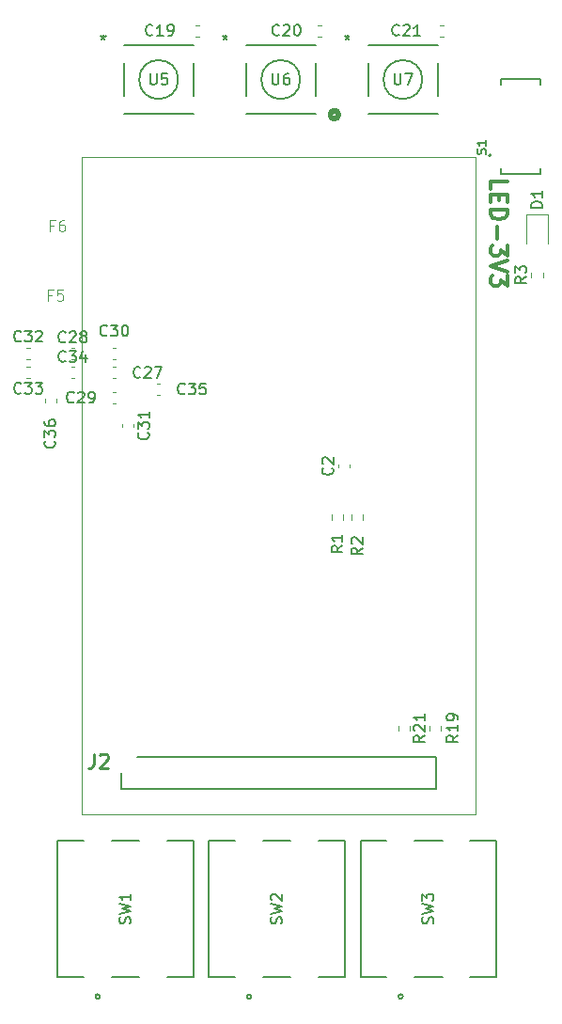
<source format=gbr>
%TF.GenerationSoftware,KiCad,Pcbnew,9.0.5*%
%TF.CreationDate,2025-11-15T02:55:35-05:00*%
%TF.ProjectId,CreditCard,43726564-6974-4436-9172-642e6b696361,rev?*%
%TF.SameCoordinates,Original*%
%TF.FileFunction,Legend,Top*%
%TF.FilePolarity,Positive*%
%FSLAX46Y46*%
G04 Gerber Fmt 4.6, Leading zero omitted, Abs format (unit mm)*
G04 Created by KiCad (PCBNEW 9.0.5) date 2025-11-15 02:55:35*
%MOMM*%
%LPD*%
G01*
G04 APERTURE LIST*
%ADD10C,0.300000*%
%ADD11C,0.150000*%
%ADD12C,0.254000*%
%ADD13C,0.100000*%
%ADD14C,0.120000*%
%ADD15C,0.152400*%
%ADD16C,0.127000*%
%ADD17C,0.200000*%
%ADD18C,0.508000*%
G04 APERTURE END LIST*
D10*
X144399171Y-51868796D02*
X144399171Y-51154510D01*
X144399171Y-51154510D02*
X145899171Y-51154510D01*
X145184885Y-52368796D02*
X145184885Y-52868796D01*
X144399171Y-53083082D02*
X144399171Y-52368796D01*
X144399171Y-52368796D02*
X145899171Y-52368796D01*
X145899171Y-52368796D02*
X145899171Y-53083082D01*
X144399171Y-53725939D02*
X145899171Y-53725939D01*
X145899171Y-53725939D02*
X145899171Y-54083082D01*
X145899171Y-54083082D02*
X145827742Y-54297368D01*
X145827742Y-54297368D02*
X145684885Y-54440225D01*
X145684885Y-54440225D02*
X145542028Y-54511654D01*
X145542028Y-54511654D02*
X145256314Y-54583082D01*
X145256314Y-54583082D02*
X145042028Y-54583082D01*
X145042028Y-54583082D02*
X144756314Y-54511654D01*
X144756314Y-54511654D02*
X144613457Y-54440225D01*
X144613457Y-54440225D02*
X144470600Y-54297368D01*
X144470600Y-54297368D02*
X144399171Y-54083082D01*
X144399171Y-54083082D02*
X144399171Y-53725939D01*
X144970600Y-55225939D02*
X144970600Y-56368797D01*
X145899171Y-56940225D02*
X145899171Y-57868797D01*
X145899171Y-57868797D02*
X145327742Y-57368797D01*
X145327742Y-57368797D02*
X145327742Y-57583082D01*
X145327742Y-57583082D02*
X145256314Y-57725940D01*
X145256314Y-57725940D02*
X145184885Y-57797368D01*
X145184885Y-57797368D02*
X145042028Y-57868797D01*
X145042028Y-57868797D02*
X144684885Y-57868797D01*
X144684885Y-57868797D02*
X144542028Y-57797368D01*
X144542028Y-57797368D02*
X144470600Y-57725940D01*
X144470600Y-57725940D02*
X144399171Y-57583082D01*
X144399171Y-57583082D02*
X144399171Y-57154511D01*
X144399171Y-57154511D02*
X144470600Y-57011654D01*
X144470600Y-57011654D02*
X144542028Y-56940225D01*
X145899171Y-58297368D02*
X144399171Y-58797368D01*
X144399171Y-58797368D02*
X145899171Y-59297368D01*
X145899171Y-59654510D02*
X145899171Y-60583082D01*
X145899171Y-60583082D02*
X145327742Y-60083082D01*
X145327742Y-60083082D02*
X145327742Y-60297367D01*
X145327742Y-60297367D02*
X145256314Y-60440225D01*
X145256314Y-60440225D02*
X145184885Y-60511653D01*
X145184885Y-60511653D02*
X145042028Y-60583082D01*
X145042028Y-60583082D02*
X144684885Y-60583082D01*
X144684885Y-60583082D02*
X144542028Y-60511653D01*
X144542028Y-60511653D02*
X144470600Y-60440225D01*
X144470600Y-60440225D02*
X144399171Y-60297367D01*
X144399171Y-60297367D02*
X144399171Y-59868796D01*
X144399171Y-59868796D02*
X144470600Y-59725939D01*
X144470600Y-59725939D02*
X144542028Y-59654510D01*
D11*
X105109580Y-74542857D02*
X105157200Y-74590476D01*
X105157200Y-74590476D02*
X105204819Y-74733333D01*
X105204819Y-74733333D02*
X105204819Y-74828571D01*
X105204819Y-74828571D02*
X105157200Y-74971428D01*
X105157200Y-74971428D02*
X105061961Y-75066666D01*
X105061961Y-75066666D02*
X104966723Y-75114285D01*
X104966723Y-75114285D02*
X104776247Y-75161904D01*
X104776247Y-75161904D02*
X104633390Y-75161904D01*
X104633390Y-75161904D02*
X104442914Y-75114285D01*
X104442914Y-75114285D02*
X104347676Y-75066666D01*
X104347676Y-75066666D02*
X104252438Y-74971428D01*
X104252438Y-74971428D02*
X104204819Y-74828571D01*
X104204819Y-74828571D02*
X104204819Y-74733333D01*
X104204819Y-74733333D02*
X104252438Y-74590476D01*
X104252438Y-74590476D02*
X104300057Y-74542857D01*
X104204819Y-74209523D02*
X104204819Y-73590476D01*
X104204819Y-73590476D02*
X104585771Y-73923809D01*
X104585771Y-73923809D02*
X104585771Y-73780952D01*
X104585771Y-73780952D02*
X104633390Y-73685714D01*
X104633390Y-73685714D02*
X104681009Y-73638095D01*
X104681009Y-73638095D02*
X104776247Y-73590476D01*
X104776247Y-73590476D02*
X105014342Y-73590476D01*
X105014342Y-73590476D02*
X105109580Y-73638095D01*
X105109580Y-73638095D02*
X105157200Y-73685714D01*
X105157200Y-73685714D02*
X105204819Y-73780952D01*
X105204819Y-73780952D02*
X105204819Y-74066666D01*
X105204819Y-74066666D02*
X105157200Y-74161904D01*
X105157200Y-74161904D02*
X105109580Y-74209523D01*
X104204819Y-72733333D02*
X104204819Y-72923809D01*
X104204819Y-72923809D02*
X104252438Y-73019047D01*
X104252438Y-73019047D02*
X104300057Y-73066666D01*
X104300057Y-73066666D02*
X104442914Y-73161904D01*
X104442914Y-73161904D02*
X104633390Y-73209523D01*
X104633390Y-73209523D02*
X105014342Y-73209523D01*
X105014342Y-73209523D02*
X105109580Y-73161904D01*
X105109580Y-73161904D02*
X105157200Y-73114285D01*
X105157200Y-73114285D02*
X105204819Y-73019047D01*
X105204819Y-73019047D02*
X105204819Y-72828571D01*
X105204819Y-72828571D02*
X105157200Y-72733333D01*
X105157200Y-72733333D02*
X105109580Y-72685714D01*
X105109580Y-72685714D02*
X105014342Y-72638095D01*
X105014342Y-72638095D02*
X104776247Y-72638095D01*
X104776247Y-72638095D02*
X104681009Y-72685714D01*
X104681009Y-72685714D02*
X104633390Y-72733333D01*
X104633390Y-72733333D02*
X104585771Y-72828571D01*
X104585771Y-72828571D02*
X104585771Y-73019047D01*
X104585771Y-73019047D02*
X104633390Y-73114285D01*
X104633390Y-73114285D02*
X104681009Y-73161904D01*
X104681009Y-73161904D02*
X104776247Y-73209523D01*
X116857142Y-70259580D02*
X116809523Y-70307200D01*
X116809523Y-70307200D02*
X116666666Y-70354819D01*
X116666666Y-70354819D02*
X116571428Y-70354819D01*
X116571428Y-70354819D02*
X116428571Y-70307200D01*
X116428571Y-70307200D02*
X116333333Y-70211961D01*
X116333333Y-70211961D02*
X116285714Y-70116723D01*
X116285714Y-70116723D02*
X116238095Y-69926247D01*
X116238095Y-69926247D02*
X116238095Y-69783390D01*
X116238095Y-69783390D02*
X116285714Y-69592914D01*
X116285714Y-69592914D02*
X116333333Y-69497676D01*
X116333333Y-69497676D02*
X116428571Y-69402438D01*
X116428571Y-69402438D02*
X116571428Y-69354819D01*
X116571428Y-69354819D02*
X116666666Y-69354819D01*
X116666666Y-69354819D02*
X116809523Y-69402438D01*
X116809523Y-69402438D02*
X116857142Y-69450057D01*
X117190476Y-69354819D02*
X117809523Y-69354819D01*
X117809523Y-69354819D02*
X117476190Y-69735771D01*
X117476190Y-69735771D02*
X117619047Y-69735771D01*
X117619047Y-69735771D02*
X117714285Y-69783390D01*
X117714285Y-69783390D02*
X117761904Y-69831009D01*
X117761904Y-69831009D02*
X117809523Y-69926247D01*
X117809523Y-69926247D02*
X117809523Y-70164342D01*
X117809523Y-70164342D02*
X117761904Y-70259580D01*
X117761904Y-70259580D02*
X117714285Y-70307200D01*
X117714285Y-70307200D02*
X117619047Y-70354819D01*
X117619047Y-70354819D02*
X117333333Y-70354819D01*
X117333333Y-70354819D02*
X117238095Y-70307200D01*
X117238095Y-70307200D02*
X117190476Y-70259580D01*
X118714285Y-69354819D02*
X118238095Y-69354819D01*
X118238095Y-69354819D02*
X118190476Y-69831009D01*
X118190476Y-69831009D02*
X118238095Y-69783390D01*
X118238095Y-69783390D02*
X118333333Y-69735771D01*
X118333333Y-69735771D02*
X118571428Y-69735771D01*
X118571428Y-69735771D02*
X118666666Y-69783390D01*
X118666666Y-69783390D02*
X118714285Y-69831009D01*
X118714285Y-69831009D02*
X118761904Y-69926247D01*
X118761904Y-69926247D02*
X118761904Y-70164342D01*
X118761904Y-70164342D02*
X118714285Y-70259580D01*
X118714285Y-70259580D02*
X118666666Y-70307200D01*
X118666666Y-70307200D02*
X118571428Y-70354819D01*
X118571428Y-70354819D02*
X118333333Y-70354819D01*
X118333333Y-70354819D02*
X118238095Y-70307200D01*
X118238095Y-70307200D02*
X118190476Y-70259580D01*
X106107142Y-67329580D02*
X106059523Y-67377200D01*
X106059523Y-67377200D02*
X105916666Y-67424819D01*
X105916666Y-67424819D02*
X105821428Y-67424819D01*
X105821428Y-67424819D02*
X105678571Y-67377200D01*
X105678571Y-67377200D02*
X105583333Y-67281961D01*
X105583333Y-67281961D02*
X105535714Y-67186723D01*
X105535714Y-67186723D02*
X105488095Y-66996247D01*
X105488095Y-66996247D02*
X105488095Y-66853390D01*
X105488095Y-66853390D02*
X105535714Y-66662914D01*
X105535714Y-66662914D02*
X105583333Y-66567676D01*
X105583333Y-66567676D02*
X105678571Y-66472438D01*
X105678571Y-66472438D02*
X105821428Y-66424819D01*
X105821428Y-66424819D02*
X105916666Y-66424819D01*
X105916666Y-66424819D02*
X106059523Y-66472438D01*
X106059523Y-66472438D02*
X106107142Y-66520057D01*
X106440476Y-66424819D02*
X107059523Y-66424819D01*
X107059523Y-66424819D02*
X106726190Y-66805771D01*
X106726190Y-66805771D02*
X106869047Y-66805771D01*
X106869047Y-66805771D02*
X106964285Y-66853390D01*
X106964285Y-66853390D02*
X107011904Y-66901009D01*
X107011904Y-66901009D02*
X107059523Y-66996247D01*
X107059523Y-66996247D02*
X107059523Y-67234342D01*
X107059523Y-67234342D02*
X107011904Y-67329580D01*
X107011904Y-67329580D02*
X106964285Y-67377200D01*
X106964285Y-67377200D02*
X106869047Y-67424819D01*
X106869047Y-67424819D02*
X106583333Y-67424819D01*
X106583333Y-67424819D02*
X106488095Y-67377200D01*
X106488095Y-67377200D02*
X106440476Y-67329580D01*
X107916666Y-66758152D02*
X107916666Y-67424819D01*
X107678571Y-66377200D02*
X107440476Y-67091485D01*
X107440476Y-67091485D02*
X108059523Y-67091485D01*
X102107142Y-70189580D02*
X102059523Y-70237200D01*
X102059523Y-70237200D02*
X101916666Y-70284819D01*
X101916666Y-70284819D02*
X101821428Y-70284819D01*
X101821428Y-70284819D02*
X101678571Y-70237200D01*
X101678571Y-70237200D02*
X101583333Y-70141961D01*
X101583333Y-70141961D02*
X101535714Y-70046723D01*
X101535714Y-70046723D02*
X101488095Y-69856247D01*
X101488095Y-69856247D02*
X101488095Y-69713390D01*
X101488095Y-69713390D02*
X101535714Y-69522914D01*
X101535714Y-69522914D02*
X101583333Y-69427676D01*
X101583333Y-69427676D02*
X101678571Y-69332438D01*
X101678571Y-69332438D02*
X101821428Y-69284819D01*
X101821428Y-69284819D02*
X101916666Y-69284819D01*
X101916666Y-69284819D02*
X102059523Y-69332438D01*
X102059523Y-69332438D02*
X102107142Y-69380057D01*
X102440476Y-69284819D02*
X103059523Y-69284819D01*
X103059523Y-69284819D02*
X102726190Y-69665771D01*
X102726190Y-69665771D02*
X102869047Y-69665771D01*
X102869047Y-69665771D02*
X102964285Y-69713390D01*
X102964285Y-69713390D02*
X103011904Y-69761009D01*
X103011904Y-69761009D02*
X103059523Y-69856247D01*
X103059523Y-69856247D02*
X103059523Y-70094342D01*
X103059523Y-70094342D02*
X103011904Y-70189580D01*
X103011904Y-70189580D02*
X102964285Y-70237200D01*
X102964285Y-70237200D02*
X102869047Y-70284819D01*
X102869047Y-70284819D02*
X102583333Y-70284819D01*
X102583333Y-70284819D02*
X102488095Y-70237200D01*
X102488095Y-70237200D02*
X102440476Y-70189580D01*
X103392857Y-69284819D02*
X104011904Y-69284819D01*
X104011904Y-69284819D02*
X103678571Y-69665771D01*
X103678571Y-69665771D02*
X103821428Y-69665771D01*
X103821428Y-69665771D02*
X103916666Y-69713390D01*
X103916666Y-69713390D02*
X103964285Y-69761009D01*
X103964285Y-69761009D02*
X104011904Y-69856247D01*
X104011904Y-69856247D02*
X104011904Y-70094342D01*
X104011904Y-70094342D02*
X103964285Y-70189580D01*
X103964285Y-70189580D02*
X103916666Y-70237200D01*
X103916666Y-70237200D02*
X103821428Y-70284819D01*
X103821428Y-70284819D02*
X103535714Y-70284819D01*
X103535714Y-70284819D02*
X103440476Y-70237200D01*
X103440476Y-70237200D02*
X103392857Y-70189580D01*
X102107142Y-65509580D02*
X102059523Y-65557200D01*
X102059523Y-65557200D02*
X101916666Y-65604819D01*
X101916666Y-65604819D02*
X101821428Y-65604819D01*
X101821428Y-65604819D02*
X101678571Y-65557200D01*
X101678571Y-65557200D02*
X101583333Y-65461961D01*
X101583333Y-65461961D02*
X101535714Y-65366723D01*
X101535714Y-65366723D02*
X101488095Y-65176247D01*
X101488095Y-65176247D02*
X101488095Y-65033390D01*
X101488095Y-65033390D02*
X101535714Y-64842914D01*
X101535714Y-64842914D02*
X101583333Y-64747676D01*
X101583333Y-64747676D02*
X101678571Y-64652438D01*
X101678571Y-64652438D02*
X101821428Y-64604819D01*
X101821428Y-64604819D02*
X101916666Y-64604819D01*
X101916666Y-64604819D02*
X102059523Y-64652438D01*
X102059523Y-64652438D02*
X102107142Y-64700057D01*
X102440476Y-64604819D02*
X103059523Y-64604819D01*
X103059523Y-64604819D02*
X102726190Y-64985771D01*
X102726190Y-64985771D02*
X102869047Y-64985771D01*
X102869047Y-64985771D02*
X102964285Y-65033390D01*
X102964285Y-65033390D02*
X103011904Y-65081009D01*
X103011904Y-65081009D02*
X103059523Y-65176247D01*
X103059523Y-65176247D02*
X103059523Y-65414342D01*
X103059523Y-65414342D02*
X103011904Y-65509580D01*
X103011904Y-65509580D02*
X102964285Y-65557200D01*
X102964285Y-65557200D02*
X102869047Y-65604819D01*
X102869047Y-65604819D02*
X102583333Y-65604819D01*
X102583333Y-65604819D02*
X102488095Y-65557200D01*
X102488095Y-65557200D02*
X102440476Y-65509580D01*
X103440476Y-64700057D02*
X103488095Y-64652438D01*
X103488095Y-64652438D02*
X103583333Y-64604819D01*
X103583333Y-64604819D02*
X103821428Y-64604819D01*
X103821428Y-64604819D02*
X103916666Y-64652438D01*
X103916666Y-64652438D02*
X103964285Y-64700057D01*
X103964285Y-64700057D02*
X104011904Y-64795295D01*
X104011904Y-64795295D02*
X104011904Y-64890533D01*
X104011904Y-64890533D02*
X103964285Y-65033390D01*
X103964285Y-65033390D02*
X103392857Y-65604819D01*
X103392857Y-65604819D02*
X104011904Y-65604819D01*
X113539580Y-73792857D02*
X113587200Y-73840476D01*
X113587200Y-73840476D02*
X113634819Y-73983333D01*
X113634819Y-73983333D02*
X113634819Y-74078571D01*
X113634819Y-74078571D02*
X113587200Y-74221428D01*
X113587200Y-74221428D02*
X113491961Y-74316666D01*
X113491961Y-74316666D02*
X113396723Y-74364285D01*
X113396723Y-74364285D02*
X113206247Y-74411904D01*
X113206247Y-74411904D02*
X113063390Y-74411904D01*
X113063390Y-74411904D02*
X112872914Y-74364285D01*
X112872914Y-74364285D02*
X112777676Y-74316666D01*
X112777676Y-74316666D02*
X112682438Y-74221428D01*
X112682438Y-74221428D02*
X112634819Y-74078571D01*
X112634819Y-74078571D02*
X112634819Y-73983333D01*
X112634819Y-73983333D02*
X112682438Y-73840476D01*
X112682438Y-73840476D02*
X112730057Y-73792857D01*
X112634819Y-73459523D02*
X112634819Y-72840476D01*
X112634819Y-72840476D02*
X113015771Y-73173809D01*
X113015771Y-73173809D02*
X113015771Y-73030952D01*
X113015771Y-73030952D02*
X113063390Y-72935714D01*
X113063390Y-72935714D02*
X113111009Y-72888095D01*
X113111009Y-72888095D02*
X113206247Y-72840476D01*
X113206247Y-72840476D02*
X113444342Y-72840476D01*
X113444342Y-72840476D02*
X113539580Y-72888095D01*
X113539580Y-72888095D02*
X113587200Y-72935714D01*
X113587200Y-72935714D02*
X113634819Y-73030952D01*
X113634819Y-73030952D02*
X113634819Y-73316666D01*
X113634819Y-73316666D02*
X113587200Y-73411904D01*
X113587200Y-73411904D02*
X113539580Y-73459523D01*
X113634819Y-71888095D02*
X113634819Y-72459523D01*
X113634819Y-72173809D02*
X112634819Y-72173809D01*
X112634819Y-72173809D02*
X112777676Y-72269047D01*
X112777676Y-72269047D02*
X112872914Y-72364285D01*
X112872914Y-72364285D02*
X112920533Y-72459523D01*
X109857142Y-65009580D02*
X109809523Y-65057200D01*
X109809523Y-65057200D02*
X109666666Y-65104819D01*
X109666666Y-65104819D02*
X109571428Y-65104819D01*
X109571428Y-65104819D02*
X109428571Y-65057200D01*
X109428571Y-65057200D02*
X109333333Y-64961961D01*
X109333333Y-64961961D02*
X109285714Y-64866723D01*
X109285714Y-64866723D02*
X109238095Y-64676247D01*
X109238095Y-64676247D02*
X109238095Y-64533390D01*
X109238095Y-64533390D02*
X109285714Y-64342914D01*
X109285714Y-64342914D02*
X109333333Y-64247676D01*
X109333333Y-64247676D02*
X109428571Y-64152438D01*
X109428571Y-64152438D02*
X109571428Y-64104819D01*
X109571428Y-64104819D02*
X109666666Y-64104819D01*
X109666666Y-64104819D02*
X109809523Y-64152438D01*
X109809523Y-64152438D02*
X109857142Y-64200057D01*
X110190476Y-64104819D02*
X110809523Y-64104819D01*
X110809523Y-64104819D02*
X110476190Y-64485771D01*
X110476190Y-64485771D02*
X110619047Y-64485771D01*
X110619047Y-64485771D02*
X110714285Y-64533390D01*
X110714285Y-64533390D02*
X110761904Y-64581009D01*
X110761904Y-64581009D02*
X110809523Y-64676247D01*
X110809523Y-64676247D02*
X110809523Y-64914342D01*
X110809523Y-64914342D02*
X110761904Y-65009580D01*
X110761904Y-65009580D02*
X110714285Y-65057200D01*
X110714285Y-65057200D02*
X110619047Y-65104819D01*
X110619047Y-65104819D02*
X110333333Y-65104819D01*
X110333333Y-65104819D02*
X110238095Y-65057200D01*
X110238095Y-65057200D02*
X110190476Y-65009580D01*
X111428571Y-64104819D02*
X111523809Y-64104819D01*
X111523809Y-64104819D02*
X111619047Y-64152438D01*
X111619047Y-64152438D02*
X111666666Y-64200057D01*
X111666666Y-64200057D02*
X111714285Y-64295295D01*
X111714285Y-64295295D02*
X111761904Y-64485771D01*
X111761904Y-64485771D02*
X111761904Y-64723866D01*
X111761904Y-64723866D02*
X111714285Y-64914342D01*
X111714285Y-64914342D02*
X111666666Y-65009580D01*
X111666666Y-65009580D02*
X111619047Y-65057200D01*
X111619047Y-65057200D02*
X111523809Y-65104819D01*
X111523809Y-65104819D02*
X111428571Y-65104819D01*
X111428571Y-65104819D02*
X111333333Y-65057200D01*
X111333333Y-65057200D02*
X111285714Y-65009580D01*
X111285714Y-65009580D02*
X111238095Y-64914342D01*
X111238095Y-64914342D02*
X111190476Y-64723866D01*
X111190476Y-64723866D02*
X111190476Y-64485771D01*
X111190476Y-64485771D02*
X111238095Y-64295295D01*
X111238095Y-64295295D02*
X111285714Y-64200057D01*
X111285714Y-64200057D02*
X111333333Y-64152438D01*
X111333333Y-64152438D02*
X111428571Y-64104819D01*
X106857142Y-71009580D02*
X106809523Y-71057200D01*
X106809523Y-71057200D02*
X106666666Y-71104819D01*
X106666666Y-71104819D02*
X106571428Y-71104819D01*
X106571428Y-71104819D02*
X106428571Y-71057200D01*
X106428571Y-71057200D02*
X106333333Y-70961961D01*
X106333333Y-70961961D02*
X106285714Y-70866723D01*
X106285714Y-70866723D02*
X106238095Y-70676247D01*
X106238095Y-70676247D02*
X106238095Y-70533390D01*
X106238095Y-70533390D02*
X106285714Y-70342914D01*
X106285714Y-70342914D02*
X106333333Y-70247676D01*
X106333333Y-70247676D02*
X106428571Y-70152438D01*
X106428571Y-70152438D02*
X106571428Y-70104819D01*
X106571428Y-70104819D02*
X106666666Y-70104819D01*
X106666666Y-70104819D02*
X106809523Y-70152438D01*
X106809523Y-70152438D02*
X106857142Y-70200057D01*
X107238095Y-70200057D02*
X107285714Y-70152438D01*
X107285714Y-70152438D02*
X107380952Y-70104819D01*
X107380952Y-70104819D02*
X107619047Y-70104819D01*
X107619047Y-70104819D02*
X107714285Y-70152438D01*
X107714285Y-70152438D02*
X107761904Y-70200057D01*
X107761904Y-70200057D02*
X107809523Y-70295295D01*
X107809523Y-70295295D02*
X107809523Y-70390533D01*
X107809523Y-70390533D02*
X107761904Y-70533390D01*
X107761904Y-70533390D02*
X107190476Y-71104819D01*
X107190476Y-71104819D02*
X107809523Y-71104819D01*
X108285714Y-71104819D02*
X108476190Y-71104819D01*
X108476190Y-71104819D02*
X108571428Y-71057200D01*
X108571428Y-71057200D02*
X108619047Y-71009580D01*
X108619047Y-71009580D02*
X108714285Y-70866723D01*
X108714285Y-70866723D02*
X108761904Y-70676247D01*
X108761904Y-70676247D02*
X108761904Y-70295295D01*
X108761904Y-70295295D02*
X108714285Y-70200057D01*
X108714285Y-70200057D02*
X108666666Y-70152438D01*
X108666666Y-70152438D02*
X108571428Y-70104819D01*
X108571428Y-70104819D02*
X108380952Y-70104819D01*
X108380952Y-70104819D02*
X108285714Y-70152438D01*
X108285714Y-70152438D02*
X108238095Y-70200057D01*
X108238095Y-70200057D02*
X108190476Y-70295295D01*
X108190476Y-70295295D02*
X108190476Y-70533390D01*
X108190476Y-70533390D02*
X108238095Y-70628628D01*
X108238095Y-70628628D02*
X108285714Y-70676247D01*
X108285714Y-70676247D02*
X108380952Y-70723866D01*
X108380952Y-70723866D02*
X108571428Y-70723866D01*
X108571428Y-70723866D02*
X108666666Y-70676247D01*
X108666666Y-70676247D02*
X108714285Y-70628628D01*
X108714285Y-70628628D02*
X108761904Y-70533390D01*
X106107142Y-65579580D02*
X106059523Y-65627200D01*
X106059523Y-65627200D02*
X105916666Y-65674819D01*
X105916666Y-65674819D02*
X105821428Y-65674819D01*
X105821428Y-65674819D02*
X105678571Y-65627200D01*
X105678571Y-65627200D02*
X105583333Y-65531961D01*
X105583333Y-65531961D02*
X105535714Y-65436723D01*
X105535714Y-65436723D02*
X105488095Y-65246247D01*
X105488095Y-65246247D02*
X105488095Y-65103390D01*
X105488095Y-65103390D02*
X105535714Y-64912914D01*
X105535714Y-64912914D02*
X105583333Y-64817676D01*
X105583333Y-64817676D02*
X105678571Y-64722438D01*
X105678571Y-64722438D02*
X105821428Y-64674819D01*
X105821428Y-64674819D02*
X105916666Y-64674819D01*
X105916666Y-64674819D02*
X106059523Y-64722438D01*
X106059523Y-64722438D02*
X106107142Y-64770057D01*
X106488095Y-64770057D02*
X106535714Y-64722438D01*
X106535714Y-64722438D02*
X106630952Y-64674819D01*
X106630952Y-64674819D02*
X106869047Y-64674819D01*
X106869047Y-64674819D02*
X106964285Y-64722438D01*
X106964285Y-64722438D02*
X107011904Y-64770057D01*
X107011904Y-64770057D02*
X107059523Y-64865295D01*
X107059523Y-64865295D02*
X107059523Y-64960533D01*
X107059523Y-64960533D02*
X107011904Y-65103390D01*
X107011904Y-65103390D02*
X106440476Y-65674819D01*
X106440476Y-65674819D02*
X107059523Y-65674819D01*
X107630952Y-65103390D02*
X107535714Y-65055771D01*
X107535714Y-65055771D02*
X107488095Y-65008152D01*
X107488095Y-65008152D02*
X107440476Y-64912914D01*
X107440476Y-64912914D02*
X107440476Y-64865295D01*
X107440476Y-64865295D02*
X107488095Y-64770057D01*
X107488095Y-64770057D02*
X107535714Y-64722438D01*
X107535714Y-64722438D02*
X107630952Y-64674819D01*
X107630952Y-64674819D02*
X107821428Y-64674819D01*
X107821428Y-64674819D02*
X107916666Y-64722438D01*
X107916666Y-64722438D02*
X107964285Y-64770057D01*
X107964285Y-64770057D02*
X108011904Y-64865295D01*
X108011904Y-64865295D02*
X108011904Y-64912914D01*
X108011904Y-64912914D02*
X107964285Y-65008152D01*
X107964285Y-65008152D02*
X107916666Y-65055771D01*
X107916666Y-65055771D02*
X107821428Y-65103390D01*
X107821428Y-65103390D02*
X107630952Y-65103390D01*
X107630952Y-65103390D02*
X107535714Y-65151009D01*
X107535714Y-65151009D02*
X107488095Y-65198628D01*
X107488095Y-65198628D02*
X107440476Y-65293866D01*
X107440476Y-65293866D02*
X107440476Y-65484342D01*
X107440476Y-65484342D02*
X107488095Y-65579580D01*
X107488095Y-65579580D02*
X107535714Y-65627200D01*
X107535714Y-65627200D02*
X107630952Y-65674819D01*
X107630952Y-65674819D02*
X107821428Y-65674819D01*
X107821428Y-65674819D02*
X107916666Y-65627200D01*
X107916666Y-65627200D02*
X107964285Y-65579580D01*
X107964285Y-65579580D02*
X108011904Y-65484342D01*
X108011904Y-65484342D02*
X108011904Y-65293866D01*
X108011904Y-65293866D02*
X107964285Y-65198628D01*
X107964285Y-65198628D02*
X107916666Y-65151009D01*
X107916666Y-65151009D02*
X107821428Y-65103390D01*
X112857142Y-68759580D02*
X112809523Y-68807200D01*
X112809523Y-68807200D02*
X112666666Y-68854819D01*
X112666666Y-68854819D02*
X112571428Y-68854819D01*
X112571428Y-68854819D02*
X112428571Y-68807200D01*
X112428571Y-68807200D02*
X112333333Y-68711961D01*
X112333333Y-68711961D02*
X112285714Y-68616723D01*
X112285714Y-68616723D02*
X112238095Y-68426247D01*
X112238095Y-68426247D02*
X112238095Y-68283390D01*
X112238095Y-68283390D02*
X112285714Y-68092914D01*
X112285714Y-68092914D02*
X112333333Y-67997676D01*
X112333333Y-67997676D02*
X112428571Y-67902438D01*
X112428571Y-67902438D02*
X112571428Y-67854819D01*
X112571428Y-67854819D02*
X112666666Y-67854819D01*
X112666666Y-67854819D02*
X112809523Y-67902438D01*
X112809523Y-67902438D02*
X112857142Y-67950057D01*
X113238095Y-67950057D02*
X113285714Y-67902438D01*
X113285714Y-67902438D02*
X113380952Y-67854819D01*
X113380952Y-67854819D02*
X113619047Y-67854819D01*
X113619047Y-67854819D02*
X113714285Y-67902438D01*
X113714285Y-67902438D02*
X113761904Y-67950057D01*
X113761904Y-67950057D02*
X113809523Y-68045295D01*
X113809523Y-68045295D02*
X113809523Y-68140533D01*
X113809523Y-68140533D02*
X113761904Y-68283390D01*
X113761904Y-68283390D02*
X113190476Y-68854819D01*
X113190476Y-68854819D02*
X113809523Y-68854819D01*
X114142857Y-67854819D02*
X114809523Y-67854819D01*
X114809523Y-67854819D02*
X114380952Y-68854819D01*
X111907200Y-117997582D02*
X111954819Y-117854725D01*
X111954819Y-117854725D02*
X111954819Y-117616630D01*
X111954819Y-117616630D02*
X111907200Y-117521392D01*
X111907200Y-117521392D02*
X111859580Y-117473773D01*
X111859580Y-117473773D02*
X111764342Y-117426154D01*
X111764342Y-117426154D02*
X111669104Y-117426154D01*
X111669104Y-117426154D02*
X111573866Y-117473773D01*
X111573866Y-117473773D02*
X111526247Y-117521392D01*
X111526247Y-117521392D02*
X111478628Y-117616630D01*
X111478628Y-117616630D02*
X111431009Y-117807106D01*
X111431009Y-117807106D02*
X111383390Y-117902344D01*
X111383390Y-117902344D02*
X111335771Y-117949963D01*
X111335771Y-117949963D02*
X111240533Y-117997582D01*
X111240533Y-117997582D02*
X111145295Y-117997582D01*
X111145295Y-117997582D02*
X111050057Y-117949963D01*
X111050057Y-117949963D02*
X111002438Y-117902344D01*
X111002438Y-117902344D02*
X110954819Y-117807106D01*
X110954819Y-117807106D02*
X110954819Y-117569011D01*
X110954819Y-117569011D02*
X111002438Y-117426154D01*
X110954819Y-117092820D02*
X111954819Y-116854725D01*
X111954819Y-116854725D02*
X111240533Y-116664249D01*
X111240533Y-116664249D02*
X111954819Y-116473773D01*
X111954819Y-116473773D02*
X110954819Y-116235678D01*
X111954819Y-115330916D02*
X111954819Y-115902344D01*
X111954819Y-115616630D02*
X110954819Y-115616630D01*
X110954819Y-115616630D02*
X111097676Y-115711868D01*
X111097676Y-115711868D02*
X111192914Y-115807106D01*
X111192914Y-115807106D02*
X111240533Y-115902344D01*
X124738095Y-41454819D02*
X124738095Y-42264342D01*
X124738095Y-42264342D02*
X124785714Y-42359580D01*
X124785714Y-42359580D02*
X124833333Y-42407200D01*
X124833333Y-42407200D02*
X124928571Y-42454819D01*
X124928571Y-42454819D02*
X125119047Y-42454819D01*
X125119047Y-42454819D02*
X125214285Y-42407200D01*
X125214285Y-42407200D02*
X125261904Y-42359580D01*
X125261904Y-42359580D02*
X125309523Y-42264342D01*
X125309523Y-42264342D02*
X125309523Y-41454819D01*
X126214285Y-41454819D02*
X126023809Y-41454819D01*
X126023809Y-41454819D02*
X125928571Y-41502438D01*
X125928571Y-41502438D02*
X125880952Y-41550057D01*
X125880952Y-41550057D02*
X125785714Y-41692914D01*
X125785714Y-41692914D02*
X125738095Y-41883390D01*
X125738095Y-41883390D02*
X125738095Y-42264342D01*
X125738095Y-42264342D02*
X125785714Y-42359580D01*
X125785714Y-42359580D02*
X125833333Y-42407200D01*
X125833333Y-42407200D02*
X125928571Y-42454819D01*
X125928571Y-42454819D02*
X126119047Y-42454819D01*
X126119047Y-42454819D02*
X126214285Y-42407200D01*
X126214285Y-42407200D02*
X126261904Y-42359580D01*
X126261904Y-42359580D02*
X126309523Y-42264342D01*
X126309523Y-42264342D02*
X126309523Y-42026247D01*
X126309523Y-42026247D02*
X126261904Y-41931009D01*
X126261904Y-41931009D02*
X126214285Y-41883390D01*
X126214285Y-41883390D02*
X126119047Y-41835771D01*
X126119047Y-41835771D02*
X125928571Y-41835771D01*
X125928571Y-41835771D02*
X125833333Y-41883390D01*
X125833333Y-41883390D02*
X125785714Y-41931009D01*
X125785714Y-41931009D02*
X125738095Y-42026247D01*
X120500000Y-37954819D02*
X120500000Y-38192914D01*
X120261905Y-38097676D02*
X120500000Y-38192914D01*
X120500000Y-38192914D02*
X120738095Y-38097676D01*
X120357143Y-38383390D02*
X120500000Y-38192914D01*
X120500000Y-38192914D02*
X120642857Y-38383390D01*
X120500000Y-37954819D02*
X120500000Y-38192914D01*
X120261905Y-38097676D02*
X120500000Y-38192914D01*
X120500000Y-38192914D02*
X120738095Y-38097676D01*
X120357143Y-38383390D02*
X120500000Y-38192914D01*
X120500000Y-38192914D02*
X120642857Y-38383390D01*
X143941200Y-48694524D02*
X143979295Y-48580238D01*
X143979295Y-48580238D02*
X143979295Y-48389762D01*
X143979295Y-48389762D02*
X143941200Y-48313571D01*
X143941200Y-48313571D02*
X143903104Y-48275476D01*
X143903104Y-48275476D02*
X143826914Y-48237381D01*
X143826914Y-48237381D02*
X143750723Y-48237381D01*
X143750723Y-48237381D02*
X143674533Y-48275476D01*
X143674533Y-48275476D02*
X143636438Y-48313571D01*
X143636438Y-48313571D02*
X143598342Y-48389762D01*
X143598342Y-48389762D02*
X143560247Y-48542143D01*
X143560247Y-48542143D02*
X143522152Y-48618333D01*
X143522152Y-48618333D02*
X143484057Y-48656428D01*
X143484057Y-48656428D02*
X143407866Y-48694524D01*
X143407866Y-48694524D02*
X143331676Y-48694524D01*
X143331676Y-48694524D02*
X143255485Y-48656428D01*
X143255485Y-48656428D02*
X143217390Y-48618333D01*
X143217390Y-48618333D02*
X143179295Y-48542143D01*
X143179295Y-48542143D02*
X143179295Y-48351666D01*
X143179295Y-48351666D02*
X143217390Y-48237381D01*
X143979295Y-47475476D02*
X143979295Y-47932619D01*
X143979295Y-47704047D02*
X143179295Y-47704047D01*
X143179295Y-47704047D02*
X143293580Y-47780238D01*
X143293580Y-47780238D02*
X143369771Y-47856428D01*
X143369771Y-47856428D02*
X143407866Y-47932619D01*
X147624819Y-59766666D02*
X147148628Y-60099999D01*
X147624819Y-60338094D02*
X146624819Y-60338094D01*
X146624819Y-60338094D02*
X146624819Y-59957142D01*
X146624819Y-59957142D02*
X146672438Y-59861904D01*
X146672438Y-59861904D02*
X146720057Y-59814285D01*
X146720057Y-59814285D02*
X146815295Y-59766666D01*
X146815295Y-59766666D02*
X146958152Y-59766666D01*
X146958152Y-59766666D02*
X147053390Y-59814285D01*
X147053390Y-59814285D02*
X147101009Y-59861904D01*
X147101009Y-59861904D02*
X147148628Y-59957142D01*
X147148628Y-59957142D02*
X147148628Y-60338094D01*
X146624819Y-59433332D02*
X146624819Y-58814285D01*
X146624819Y-58814285D02*
X147005771Y-59147618D01*
X147005771Y-59147618D02*
X147005771Y-59004761D01*
X147005771Y-59004761D02*
X147053390Y-58909523D01*
X147053390Y-58909523D02*
X147101009Y-58861904D01*
X147101009Y-58861904D02*
X147196247Y-58814285D01*
X147196247Y-58814285D02*
X147434342Y-58814285D01*
X147434342Y-58814285D02*
X147529580Y-58861904D01*
X147529580Y-58861904D02*
X147577200Y-58909523D01*
X147577200Y-58909523D02*
X147624819Y-59004761D01*
X147624819Y-59004761D02*
X147624819Y-59290475D01*
X147624819Y-59290475D02*
X147577200Y-59385713D01*
X147577200Y-59385713D02*
X147529580Y-59433332D01*
X138484819Y-101042857D02*
X138008628Y-101376190D01*
X138484819Y-101614285D02*
X137484819Y-101614285D01*
X137484819Y-101614285D02*
X137484819Y-101233333D01*
X137484819Y-101233333D02*
X137532438Y-101138095D01*
X137532438Y-101138095D02*
X137580057Y-101090476D01*
X137580057Y-101090476D02*
X137675295Y-101042857D01*
X137675295Y-101042857D02*
X137818152Y-101042857D01*
X137818152Y-101042857D02*
X137913390Y-101090476D01*
X137913390Y-101090476D02*
X137961009Y-101138095D01*
X137961009Y-101138095D02*
X138008628Y-101233333D01*
X138008628Y-101233333D02*
X138008628Y-101614285D01*
X137580057Y-100661904D02*
X137532438Y-100614285D01*
X137532438Y-100614285D02*
X137484819Y-100519047D01*
X137484819Y-100519047D02*
X137484819Y-100280952D01*
X137484819Y-100280952D02*
X137532438Y-100185714D01*
X137532438Y-100185714D02*
X137580057Y-100138095D01*
X137580057Y-100138095D02*
X137675295Y-100090476D01*
X137675295Y-100090476D02*
X137770533Y-100090476D01*
X137770533Y-100090476D02*
X137913390Y-100138095D01*
X137913390Y-100138095D02*
X138484819Y-100709523D01*
X138484819Y-100709523D02*
X138484819Y-100090476D01*
X138484819Y-99138095D02*
X138484819Y-99709523D01*
X138484819Y-99423809D02*
X137484819Y-99423809D01*
X137484819Y-99423809D02*
X137627676Y-99519047D01*
X137627676Y-99519047D02*
X137722914Y-99614285D01*
X137722914Y-99614285D02*
X137770533Y-99709523D01*
X135738095Y-41454819D02*
X135738095Y-42264342D01*
X135738095Y-42264342D02*
X135785714Y-42359580D01*
X135785714Y-42359580D02*
X135833333Y-42407200D01*
X135833333Y-42407200D02*
X135928571Y-42454819D01*
X135928571Y-42454819D02*
X136119047Y-42454819D01*
X136119047Y-42454819D02*
X136214285Y-42407200D01*
X136214285Y-42407200D02*
X136261904Y-42359580D01*
X136261904Y-42359580D02*
X136309523Y-42264342D01*
X136309523Y-42264342D02*
X136309523Y-41454819D01*
X136690476Y-41454819D02*
X137357142Y-41454819D01*
X137357142Y-41454819D02*
X136928571Y-42454819D01*
X131500000Y-37954819D02*
X131500000Y-38192914D01*
X131261905Y-38097676D02*
X131500000Y-38192914D01*
X131500000Y-38192914D02*
X131738095Y-38097676D01*
X131357143Y-38383390D02*
X131500000Y-38192914D01*
X131500000Y-38192914D02*
X131642857Y-38383390D01*
X131500000Y-37954819D02*
X131500000Y-38192914D01*
X131261905Y-38097676D02*
X131500000Y-38192914D01*
X131500000Y-38192914D02*
X131738095Y-38097676D01*
X131357143Y-38383390D02*
X131500000Y-38192914D01*
X131500000Y-38192914D02*
X131642857Y-38383390D01*
X130129580Y-76966666D02*
X130177200Y-77014285D01*
X130177200Y-77014285D02*
X130224819Y-77157142D01*
X130224819Y-77157142D02*
X130224819Y-77252380D01*
X130224819Y-77252380D02*
X130177200Y-77395237D01*
X130177200Y-77395237D02*
X130081961Y-77490475D01*
X130081961Y-77490475D02*
X129986723Y-77538094D01*
X129986723Y-77538094D02*
X129796247Y-77585713D01*
X129796247Y-77585713D02*
X129653390Y-77585713D01*
X129653390Y-77585713D02*
X129462914Y-77538094D01*
X129462914Y-77538094D02*
X129367676Y-77490475D01*
X129367676Y-77490475D02*
X129272438Y-77395237D01*
X129272438Y-77395237D02*
X129224819Y-77252380D01*
X129224819Y-77252380D02*
X129224819Y-77157142D01*
X129224819Y-77157142D02*
X129272438Y-77014285D01*
X129272438Y-77014285D02*
X129320057Y-76966666D01*
X129320057Y-76585713D02*
X129272438Y-76538094D01*
X129272438Y-76538094D02*
X129224819Y-76442856D01*
X129224819Y-76442856D02*
X129224819Y-76204761D01*
X129224819Y-76204761D02*
X129272438Y-76109523D01*
X129272438Y-76109523D02*
X129320057Y-76061904D01*
X129320057Y-76061904D02*
X129415295Y-76014285D01*
X129415295Y-76014285D02*
X129510533Y-76014285D01*
X129510533Y-76014285D02*
X129653390Y-76061904D01*
X129653390Y-76061904D02*
X130224819Y-76633332D01*
X130224819Y-76633332D02*
X130224819Y-76014285D01*
X125556400Y-117997582D02*
X125604019Y-117854725D01*
X125604019Y-117854725D02*
X125604019Y-117616630D01*
X125604019Y-117616630D02*
X125556400Y-117521392D01*
X125556400Y-117521392D02*
X125508780Y-117473773D01*
X125508780Y-117473773D02*
X125413542Y-117426154D01*
X125413542Y-117426154D02*
X125318304Y-117426154D01*
X125318304Y-117426154D02*
X125223066Y-117473773D01*
X125223066Y-117473773D02*
X125175447Y-117521392D01*
X125175447Y-117521392D02*
X125127828Y-117616630D01*
X125127828Y-117616630D02*
X125080209Y-117807106D01*
X125080209Y-117807106D02*
X125032590Y-117902344D01*
X125032590Y-117902344D02*
X124984971Y-117949963D01*
X124984971Y-117949963D02*
X124889733Y-117997582D01*
X124889733Y-117997582D02*
X124794495Y-117997582D01*
X124794495Y-117997582D02*
X124699257Y-117949963D01*
X124699257Y-117949963D02*
X124651638Y-117902344D01*
X124651638Y-117902344D02*
X124604019Y-117807106D01*
X124604019Y-117807106D02*
X124604019Y-117569011D01*
X124604019Y-117569011D02*
X124651638Y-117426154D01*
X124604019Y-117092820D02*
X125604019Y-116854725D01*
X125604019Y-116854725D02*
X124889733Y-116664249D01*
X124889733Y-116664249D02*
X125604019Y-116473773D01*
X125604019Y-116473773D02*
X124604019Y-116235678D01*
X124699257Y-115902344D02*
X124651638Y-115854725D01*
X124651638Y-115854725D02*
X124604019Y-115759487D01*
X124604019Y-115759487D02*
X124604019Y-115521392D01*
X124604019Y-115521392D02*
X124651638Y-115426154D01*
X124651638Y-115426154D02*
X124699257Y-115378535D01*
X124699257Y-115378535D02*
X124794495Y-115330916D01*
X124794495Y-115330916D02*
X124889733Y-115330916D01*
X124889733Y-115330916D02*
X125032590Y-115378535D01*
X125032590Y-115378535D02*
X125604019Y-115949963D01*
X125604019Y-115949963D02*
X125604019Y-115330916D01*
D12*
X108677667Y-102703818D02*
X108677667Y-103610961D01*
X108677667Y-103610961D02*
X108617190Y-103792389D01*
X108617190Y-103792389D02*
X108496238Y-103913342D01*
X108496238Y-103913342D02*
X108314809Y-103973818D01*
X108314809Y-103973818D02*
X108193857Y-103973818D01*
X109221952Y-102824770D02*
X109282428Y-102764294D01*
X109282428Y-102764294D02*
X109403381Y-102703818D01*
X109403381Y-102703818D02*
X109705762Y-102703818D01*
X109705762Y-102703818D02*
X109826714Y-102764294D01*
X109826714Y-102764294D02*
X109887190Y-102824770D01*
X109887190Y-102824770D02*
X109947667Y-102945722D01*
X109947667Y-102945722D02*
X109947667Y-103066675D01*
X109947667Y-103066675D02*
X109887190Y-103248103D01*
X109887190Y-103248103D02*
X109161476Y-103973818D01*
X109161476Y-103973818D02*
X109947667Y-103973818D01*
D11*
X113738095Y-41454819D02*
X113738095Y-42264342D01*
X113738095Y-42264342D02*
X113785714Y-42359580D01*
X113785714Y-42359580D02*
X113833333Y-42407200D01*
X113833333Y-42407200D02*
X113928571Y-42454819D01*
X113928571Y-42454819D02*
X114119047Y-42454819D01*
X114119047Y-42454819D02*
X114214285Y-42407200D01*
X114214285Y-42407200D02*
X114261904Y-42359580D01*
X114261904Y-42359580D02*
X114309523Y-42264342D01*
X114309523Y-42264342D02*
X114309523Y-41454819D01*
X115261904Y-41454819D02*
X114785714Y-41454819D01*
X114785714Y-41454819D02*
X114738095Y-41931009D01*
X114738095Y-41931009D02*
X114785714Y-41883390D01*
X114785714Y-41883390D02*
X114880952Y-41835771D01*
X114880952Y-41835771D02*
X115119047Y-41835771D01*
X115119047Y-41835771D02*
X115214285Y-41883390D01*
X115214285Y-41883390D02*
X115261904Y-41931009D01*
X115261904Y-41931009D02*
X115309523Y-42026247D01*
X115309523Y-42026247D02*
X115309523Y-42264342D01*
X115309523Y-42264342D02*
X115261904Y-42359580D01*
X115261904Y-42359580D02*
X115214285Y-42407200D01*
X115214285Y-42407200D02*
X115119047Y-42454819D01*
X115119047Y-42454819D02*
X114880952Y-42454819D01*
X114880952Y-42454819D02*
X114785714Y-42407200D01*
X114785714Y-42407200D02*
X114738095Y-42359580D01*
X109500000Y-37954819D02*
X109500000Y-38192914D01*
X109261905Y-38097676D02*
X109500000Y-38192914D01*
X109500000Y-38192914D02*
X109738095Y-38097676D01*
X109357143Y-38383390D02*
X109500000Y-38192914D01*
X109500000Y-38192914D02*
X109642857Y-38383390D01*
X109500000Y-37954819D02*
X109500000Y-38192914D01*
X109261905Y-38097676D02*
X109500000Y-38192914D01*
X109500000Y-38192914D02*
X109738095Y-38097676D01*
X109357143Y-38383390D02*
X109500000Y-38192914D01*
X109500000Y-38192914D02*
X109642857Y-38383390D01*
D13*
X104866666Y-61383609D02*
X104533333Y-61383609D01*
X104533333Y-61907419D02*
X104533333Y-60907419D01*
X104533333Y-60907419D02*
X105009523Y-60907419D01*
X105866666Y-60907419D02*
X105390476Y-60907419D01*
X105390476Y-60907419D02*
X105342857Y-61383609D01*
X105342857Y-61383609D02*
X105390476Y-61335990D01*
X105390476Y-61335990D02*
X105485714Y-61288371D01*
X105485714Y-61288371D02*
X105723809Y-61288371D01*
X105723809Y-61288371D02*
X105819047Y-61335990D01*
X105819047Y-61335990D02*
X105866666Y-61383609D01*
X105866666Y-61383609D02*
X105914285Y-61478847D01*
X105914285Y-61478847D02*
X105914285Y-61716942D01*
X105914285Y-61716942D02*
X105866666Y-61812180D01*
X105866666Y-61812180D02*
X105819047Y-61859800D01*
X105819047Y-61859800D02*
X105723809Y-61907419D01*
X105723809Y-61907419D02*
X105485714Y-61907419D01*
X105485714Y-61907419D02*
X105390476Y-61859800D01*
X105390476Y-61859800D02*
X105342857Y-61812180D01*
D11*
X113957142Y-37959580D02*
X113909523Y-38007200D01*
X113909523Y-38007200D02*
X113766666Y-38054819D01*
X113766666Y-38054819D02*
X113671428Y-38054819D01*
X113671428Y-38054819D02*
X113528571Y-38007200D01*
X113528571Y-38007200D02*
X113433333Y-37911961D01*
X113433333Y-37911961D02*
X113385714Y-37816723D01*
X113385714Y-37816723D02*
X113338095Y-37626247D01*
X113338095Y-37626247D02*
X113338095Y-37483390D01*
X113338095Y-37483390D02*
X113385714Y-37292914D01*
X113385714Y-37292914D02*
X113433333Y-37197676D01*
X113433333Y-37197676D02*
X113528571Y-37102438D01*
X113528571Y-37102438D02*
X113671428Y-37054819D01*
X113671428Y-37054819D02*
X113766666Y-37054819D01*
X113766666Y-37054819D02*
X113909523Y-37102438D01*
X113909523Y-37102438D02*
X113957142Y-37150057D01*
X114909523Y-38054819D02*
X114338095Y-38054819D01*
X114623809Y-38054819D02*
X114623809Y-37054819D01*
X114623809Y-37054819D02*
X114528571Y-37197676D01*
X114528571Y-37197676D02*
X114433333Y-37292914D01*
X114433333Y-37292914D02*
X114338095Y-37340533D01*
X115385714Y-38054819D02*
X115576190Y-38054819D01*
X115576190Y-38054819D02*
X115671428Y-38007200D01*
X115671428Y-38007200D02*
X115719047Y-37959580D01*
X115719047Y-37959580D02*
X115814285Y-37816723D01*
X115814285Y-37816723D02*
X115861904Y-37626247D01*
X115861904Y-37626247D02*
X115861904Y-37245295D01*
X115861904Y-37245295D02*
X115814285Y-37150057D01*
X115814285Y-37150057D02*
X115766666Y-37102438D01*
X115766666Y-37102438D02*
X115671428Y-37054819D01*
X115671428Y-37054819D02*
X115480952Y-37054819D01*
X115480952Y-37054819D02*
X115385714Y-37102438D01*
X115385714Y-37102438D02*
X115338095Y-37150057D01*
X115338095Y-37150057D02*
X115290476Y-37245295D01*
X115290476Y-37245295D02*
X115290476Y-37483390D01*
X115290476Y-37483390D02*
X115338095Y-37578628D01*
X115338095Y-37578628D02*
X115385714Y-37626247D01*
X115385714Y-37626247D02*
X115480952Y-37673866D01*
X115480952Y-37673866D02*
X115671428Y-37673866D01*
X115671428Y-37673866D02*
X115766666Y-37626247D01*
X115766666Y-37626247D02*
X115814285Y-37578628D01*
X115814285Y-37578628D02*
X115861904Y-37483390D01*
X131054819Y-83966666D02*
X130578628Y-84299999D01*
X131054819Y-84538094D02*
X130054819Y-84538094D01*
X130054819Y-84538094D02*
X130054819Y-84157142D01*
X130054819Y-84157142D02*
X130102438Y-84061904D01*
X130102438Y-84061904D02*
X130150057Y-84014285D01*
X130150057Y-84014285D02*
X130245295Y-83966666D01*
X130245295Y-83966666D02*
X130388152Y-83966666D01*
X130388152Y-83966666D02*
X130483390Y-84014285D01*
X130483390Y-84014285D02*
X130531009Y-84061904D01*
X130531009Y-84061904D02*
X130578628Y-84157142D01*
X130578628Y-84157142D02*
X130578628Y-84538094D01*
X131054819Y-83014285D02*
X131054819Y-83585713D01*
X131054819Y-83299999D02*
X130054819Y-83299999D01*
X130054819Y-83299999D02*
X130197676Y-83395237D01*
X130197676Y-83395237D02*
X130292914Y-83490475D01*
X130292914Y-83490475D02*
X130340533Y-83585713D01*
X136157142Y-37959580D02*
X136109523Y-38007200D01*
X136109523Y-38007200D02*
X135966666Y-38054819D01*
X135966666Y-38054819D02*
X135871428Y-38054819D01*
X135871428Y-38054819D02*
X135728571Y-38007200D01*
X135728571Y-38007200D02*
X135633333Y-37911961D01*
X135633333Y-37911961D02*
X135585714Y-37816723D01*
X135585714Y-37816723D02*
X135538095Y-37626247D01*
X135538095Y-37626247D02*
X135538095Y-37483390D01*
X135538095Y-37483390D02*
X135585714Y-37292914D01*
X135585714Y-37292914D02*
X135633333Y-37197676D01*
X135633333Y-37197676D02*
X135728571Y-37102438D01*
X135728571Y-37102438D02*
X135871428Y-37054819D01*
X135871428Y-37054819D02*
X135966666Y-37054819D01*
X135966666Y-37054819D02*
X136109523Y-37102438D01*
X136109523Y-37102438D02*
X136157142Y-37150057D01*
X136538095Y-37150057D02*
X136585714Y-37102438D01*
X136585714Y-37102438D02*
X136680952Y-37054819D01*
X136680952Y-37054819D02*
X136919047Y-37054819D01*
X136919047Y-37054819D02*
X137014285Y-37102438D01*
X137014285Y-37102438D02*
X137061904Y-37150057D01*
X137061904Y-37150057D02*
X137109523Y-37245295D01*
X137109523Y-37245295D02*
X137109523Y-37340533D01*
X137109523Y-37340533D02*
X137061904Y-37483390D01*
X137061904Y-37483390D02*
X136490476Y-38054819D01*
X136490476Y-38054819D02*
X137109523Y-38054819D01*
X138061904Y-38054819D02*
X137490476Y-38054819D01*
X137776190Y-38054819D02*
X137776190Y-37054819D01*
X137776190Y-37054819D02*
X137680952Y-37197676D01*
X137680952Y-37197676D02*
X137585714Y-37292914D01*
X137585714Y-37292914D02*
X137490476Y-37340533D01*
X149054819Y-53538094D02*
X148054819Y-53538094D01*
X148054819Y-53538094D02*
X148054819Y-53299999D01*
X148054819Y-53299999D02*
X148102438Y-53157142D01*
X148102438Y-53157142D02*
X148197676Y-53061904D01*
X148197676Y-53061904D02*
X148292914Y-53014285D01*
X148292914Y-53014285D02*
X148483390Y-52966666D01*
X148483390Y-52966666D02*
X148626247Y-52966666D01*
X148626247Y-52966666D02*
X148816723Y-53014285D01*
X148816723Y-53014285D02*
X148911961Y-53061904D01*
X148911961Y-53061904D02*
X149007200Y-53157142D01*
X149007200Y-53157142D02*
X149054819Y-53299999D01*
X149054819Y-53299999D02*
X149054819Y-53538094D01*
X149054819Y-52014285D02*
X149054819Y-52585713D01*
X149054819Y-52299999D02*
X148054819Y-52299999D01*
X148054819Y-52299999D02*
X148197676Y-52395237D01*
X148197676Y-52395237D02*
X148292914Y-52490475D01*
X148292914Y-52490475D02*
X148340533Y-52585713D01*
X141454819Y-101042857D02*
X140978628Y-101376190D01*
X141454819Y-101614285D02*
X140454819Y-101614285D01*
X140454819Y-101614285D02*
X140454819Y-101233333D01*
X140454819Y-101233333D02*
X140502438Y-101138095D01*
X140502438Y-101138095D02*
X140550057Y-101090476D01*
X140550057Y-101090476D02*
X140645295Y-101042857D01*
X140645295Y-101042857D02*
X140788152Y-101042857D01*
X140788152Y-101042857D02*
X140883390Y-101090476D01*
X140883390Y-101090476D02*
X140931009Y-101138095D01*
X140931009Y-101138095D02*
X140978628Y-101233333D01*
X140978628Y-101233333D02*
X140978628Y-101614285D01*
X141454819Y-100090476D02*
X141454819Y-100661904D01*
X141454819Y-100376190D02*
X140454819Y-100376190D01*
X140454819Y-100376190D02*
X140597676Y-100471428D01*
X140597676Y-100471428D02*
X140692914Y-100566666D01*
X140692914Y-100566666D02*
X140740533Y-100661904D01*
X141454819Y-99614285D02*
X141454819Y-99423809D01*
X141454819Y-99423809D02*
X141407200Y-99328571D01*
X141407200Y-99328571D02*
X141359580Y-99280952D01*
X141359580Y-99280952D02*
X141216723Y-99185714D01*
X141216723Y-99185714D02*
X141026247Y-99138095D01*
X141026247Y-99138095D02*
X140645295Y-99138095D01*
X140645295Y-99138095D02*
X140550057Y-99185714D01*
X140550057Y-99185714D02*
X140502438Y-99233333D01*
X140502438Y-99233333D02*
X140454819Y-99328571D01*
X140454819Y-99328571D02*
X140454819Y-99519047D01*
X140454819Y-99519047D02*
X140502438Y-99614285D01*
X140502438Y-99614285D02*
X140550057Y-99661904D01*
X140550057Y-99661904D02*
X140645295Y-99709523D01*
X140645295Y-99709523D02*
X140883390Y-99709523D01*
X140883390Y-99709523D02*
X140978628Y-99661904D01*
X140978628Y-99661904D02*
X141026247Y-99614285D01*
X141026247Y-99614285D02*
X141073866Y-99519047D01*
X141073866Y-99519047D02*
X141073866Y-99328571D01*
X141073866Y-99328571D02*
X141026247Y-99233333D01*
X141026247Y-99233333D02*
X140978628Y-99185714D01*
X140978628Y-99185714D02*
X140883390Y-99138095D01*
X125357142Y-37959580D02*
X125309523Y-38007200D01*
X125309523Y-38007200D02*
X125166666Y-38054819D01*
X125166666Y-38054819D02*
X125071428Y-38054819D01*
X125071428Y-38054819D02*
X124928571Y-38007200D01*
X124928571Y-38007200D02*
X124833333Y-37911961D01*
X124833333Y-37911961D02*
X124785714Y-37816723D01*
X124785714Y-37816723D02*
X124738095Y-37626247D01*
X124738095Y-37626247D02*
X124738095Y-37483390D01*
X124738095Y-37483390D02*
X124785714Y-37292914D01*
X124785714Y-37292914D02*
X124833333Y-37197676D01*
X124833333Y-37197676D02*
X124928571Y-37102438D01*
X124928571Y-37102438D02*
X125071428Y-37054819D01*
X125071428Y-37054819D02*
X125166666Y-37054819D01*
X125166666Y-37054819D02*
X125309523Y-37102438D01*
X125309523Y-37102438D02*
X125357142Y-37150057D01*
X125738095Y-37150057D02*
X125785714Y-37102438D01*
X125785714Y-37102438D02*
X125880952Y-37054819D01*
X125880952Y-37054819D02*
X126119047Y-37054819D01*
X126119047Y-37054819D02*
X126214285Y-37102438D01*
X126214285Y-37102438D02*
X126261904Y-37150057D01*
X126261904Y-37150057D02*
X126309523Y-37245295D01*
X126309523Y-37245295D02*
X126309523Y-37340533D01*
X126309523Y-37340533D02*
X126261904Y-37483390D01*
X126261904Y-37483390D02*
X125690476Y-38054819D01*
X125690476Y-38054819D02*
X126309523Y-38054819D01*
X126928571Y-37054819D02*
X127023809Y-37054819D01*
X127023809Y-37054819D02*
X127119047Y-37102438D01*
X127119047Y-37102438D02*
X127166666Y-37150057D01*
X127166666Y-37150057D02*
X127214285Y-37245295D01*
X127214285Y-37245295D02*
X127261904Y-37435771D01*
X127261904Y-37435771D02*
X127261904Y-37673866D01*
X127261904Y-37673866D02*
X127214285Y-37864342D01*
X127214285Y-37864342D02*
X127166666Y-37959580D01*
X127166666Y-37959580D02*
X127119047Y-38007200D01*
X127119047Y-38007200D02*
X127023809Y-38054819D01*
X127023809Y-38054819D02*
X126928571Y-38054819D01*
X126928571Y-38054819D02*
X126833333Y-38007200D01*
X126833333Y-38007200D02*
X126785714Y-37959580D01*
X126785714Y-37959580D02*
X126738095Y-37864342D01*
X126738095Y-37864342D02*
X126690476Y-37673866D01*
X126690476Y-37673866D02*
X126690476Y-37435771D01*
X126690476Y-37435771D02*
X126738095Y-37245295D01*
X126738095Y-37245295D02*
X126785714Y-37150057D01*
X126785714Y-37150057D02*
X126833333Y-37102438D01*
X126833333Y-37102438D02*
X126928571Y-37054819D01*
X139205600Y-117997582D02*
X139253219Y-117854725D01*
X139253219Y-117854725D02*
X139253219Y-117616630D01*
X139253219Y-117616630D02*
X139205600Y-117521392D01*
X139205600Y-117521392D02*
X139157980Y-117473773D01*
X139157980Y-117473773D02*
X139062742Y-117426154D01*
X139062742Y-117426154D02*
X138967504Y-117426154D01*
X138967504Y-117426154D02*
X138872266Y-117473773D01*
X138872266Y-117473773D02*
X138824647Y-117521392D01*
X138824647Y-117521392D02*
X138777028Y-117616630D01*
X138777028Y-117616630D02*
X138729409Y-117807106D01*
X138729409Y-117807106D02*
X138681790Y-117902344D01*
X138681790Y-117902344D02*
X138634171Y-117949963D01*
X138634171Y-117949963D02*
X138538933Y-117997582D01*
X138538933Y-117997582D02*
X138443695Y-117997582D01*
X138443695Y-117997582D02*
X138348457Y-117949963D01*
X138348457Y-117949963D02*
X138300838Y-117902344D01*
X138300838Y-117902344D02*
X138253219Y-117807106D01*
X138253219Y-117807106D02*
X138253219Y-117569011D01*
X138253219Y-117569011D02*
X138300838Y-117426154D01*
X138253219Y-117092820D02*
X139253219Y-116854725D01*
X139253219Y-116854725D02*
X138538933Y-116664249D01*
X138538933Y-116664249D02*
X139253219Y-116473773D01*
X139253219Y-116473773D02*
X138253219Y-116235678D01*
X138253219Y-115949963D02*
X138253219Y-115330916D01*
X138253219Y-115330916D02*
X138634171Y-115664249D01*
X138634171Y-115664249D02*
X138634171Y-115521392D01*
X138634171Y-115521392D02*
X138681790Y-115426154D01*
X138681790Y-115426154D02*
X138729409Y-115378535D01*
X138729409Y-115378535D02*
X138824647Y-115330916D01*
X138824647Y-115330916D02*
X139062742Y-115330916D01*
X139062742Y-115330916D02*
X139157980Y-115378535D01*
X139157980Y-115378535D02*
X139205600Y-115426154D01*
X139205600Y-115426154D02*
X139253219Y-115521392D01*
X139253219Y-115521392D02*
X139253219Y-115807106D01*
X139253219Y-115807106D02*
X139205600Y-115902344D01*
X139205600Y-115902344D02*
X139157980Y-115949963D01*
D13*
X105041666Y-55133609D02*
X104708333Y-55133609D01*
X104708333Y-55657419D02*
X104708333Y-54657419D01*
X104708333Y-54657419D02*
X105184523Y-54657419D01*
X105994047Y-54657419D02*
X105803571Y-54657419D01*
X105803571Y-54657419D02*
X105708333Y-54705038D01*
X105708333Y-54705038D02*
X105660714Y-54752657D01*
X105660714Y-54752657D02*
X105565476Y-54895514D01*
X105565476Y-54895514D02*
X105517857Y-55085990D01*
X105517857Y-55085990D02*
X105517857Y-55466942D01*
X105517857Y-55466942D02*
X105565476Y-55562180D01*
X105565476Y-55562180D02*
X105613095Y-55609800D01*
X105613095Y-55609800D02*
X105708333Y-55657419D01*
X105708333Y-55657419D02*
X105898809Y-55657419D01*
X105898809Y-55657419D02*
X105994047Y-55609800D01*
X105994047Y-55609800D02*
X106041666Y-55562180D01*
X106041666Y-55562180D02*
X106089285Y-55466942D01*
X106089285Y-55466942D02*
X106089285Y-55228847D01*
X106089285Y-55228847D02*
X106041666Y-55133609D01*
X106041666Y-55133609D02*
X105994047Y-55085990D01*
X105994047Y-55085990D02*
X105898809Y-55038371D01*
X105898809Y-55038371D02*
X105708333Y-55038371D01*
X105708333Y-55038371D02*
X105613095Y-55085990D01*
X105613095Y-55085990D02*
X105565476Y-55133609D01*
X105565476Y-55133609D02*
X105517857Y-55228847D01*
D11*
X132854819Y-84166666D02*
X132378628Y-84499999D01*
X132854819Y-84738094D02*
X131854819Y-84738094D01*
X131854819Y-84738094D02*
X131854819Y-84357142D01*
X131854819Y-84357142D02*
X131902438Y-84261904D01*
X131902438Y-84261904D02*
X131950057Y-84214285D01*
X131950057Y-84214285D02*
X132045295Y-84166666D01*
X132045295Y-84166666D02*
X132188152Y-84166666D01*
X132188152Y-84166666D02*
X132283390Y-84214285D01*
X132283390Y-84214285D02*
X132331009Y-84261904D01*
X132331009Y-84261904D02*
X132378628Y-84357142D01*
X132378628Y-84357142D02*
X132378628Y-84738094D01*
X131950057Y-83785713D02*
X131902438Y-83738094D01*
X131902438Y-83738094D02*
X131854819Y-83642856D01*
X131854819Y-83642856D02*
X131854819Y-83404761D01*
X131854819Y-83404761D02*
X131902438Y-83309523D01*
X131902438Y-83309523D02*
X131950057Y-83261904D01*
X131950057Y-83261904D02*
X132045295Y-83214285D01*
X132045295Y-83214285D02*
X132140533Y-83214285D01*
X132140533Y-83214285D02*
X132283390Y-83261904D01*
X132283390Y-83261904D02*
X132854819Y-83833332D01*
X132854819Y-83833332D02*
X132854819Y-83214285D01*
D14*
%TO.C,C36*%
X105260000Y-70759420D02*
X105260000Y-71040580D01*
X104240000Y-70759420D02*
X104240000Y-71040580D01*
%TO.C,C35*%
X114359420Y-69390000D02*
X114640580Y-69390000D01*
X114359420Y-70410000D02*
X114640580Y-70410000D01*
%TO.C,C34*%
X106609420Y-67890000D02*
X106890580Y-67890000D01*
X106609420Y-68910000D02*
X106890580Y-68910000D01*
%TO.C,C33*%
X102890580Y-68910000D02*
X102609420Y-68910000D01*
X102890580Y-67890000D02*
X102609420Y-67890000D01*
%TO.C,C32*%
X102890580Y-67160000D02*
X102609420Y-67160000D01*
X102890580Y-66140000D02*
X102609420Y-66140000D01*
%TO.C,C31*%
X112260000Y-73009420D02*
X112260000Y-73290580D01*
X111240000Y-73009420D02*
X111240000Y-73290580D01*
%TO.C,C30*%
X110640580Y-67160000D02*
X110359420Y-67160000D01*
X110640580Y-66140000D02*
X110359420Y-66140000D01*
%TO.C,C29*%
X110640580Y-71160000D02*
X110359420Y-71160000D01*
X110640580Y-70140000D02*
X110359420Y-70140000D01*
%TO.C,C28*%
X106609420Y-66140000D02*
X106890580Y-66140000D01*
X106609420Y-67160000D02*
X106890580Y-67160000D01*
%TO.C,C27*%
X110640580Y-68910000D02*
X110359420Y-68910000D01*
X110640580Y-67890000D02*
X110359420Y-67890000D01*
D15*
%TO.C,SW1*%
X105378600Y-110542850D02*
X105378600Y-122785650D01*
X105378600Y-122785650D02*
X107740160Y-122785650D01*
X107746741Y-110542850D02*
X105378600Y-110542850D01*
X110259840Y-122785650D02*
X112746741Y-122785650D01*
X112746741Y-110542850D02*
X110253259Y-110542850D01*
X115253259Y-122785650D02*
X117621400Y-122785650D01*
X117621400Y-110542850D02*
X115253259Y-110542850D01*
X117621400Y-122785650D02*
X117621400Y-110542850D01*
X109203200Y-124563650D02*
G75*
G02*
X108796800Y-124563650I-203200J0D01*
G01*
X108796800Y-124563650D02*
G75*
G02*
X109203200Y-124563650I203200J0D01*
G01*
%TO.C,U6*%
X122375800Y-40514539D02*
X122375800Y-43485461D01*
X122375800Y-45124200D02*
X128624200Y-45124200D01*
X128624200Y-38875800D02*
X122375800Y-38875800D01*
X128624200Y-43485461D02*
X128624200Y-40514539D01*
X127252600Y-42000000D02*
G75*
G02*
X123747400Y-42000000I-1752600J0D01*
G01*
X123747400Y-42000000D02*
G75*
G02*
X127252600Y-42000000I1752600J0D01*
G01*
D16*
%TO.C,S1*%
X145375000Y-41975000D02*
X145375000Y-42475000D01*
X145375000Y-49975000D02*
X145375000Y-50475000D01*
X145375000Y-50475000D02*
X148875000Y-50475000D01*
X148875000Y-41975000D02*
X145375000Y-41975000D01*
X148875000Y-42475000D02*
X148875000Y-41975000D01*
X148875000Y-50475000D02*
X148875000Y-49975000D01*
D17*
X144425000Y-48825000D02*
G75*
G02*
X144225000Y-48825000I-100000J0D01*
G01*
X144225000Y-48825000D02*
G75*
G02*
X144425000Y-48825000I100000J0D01*
G01*
D14*
%TO.C,R3*%
X148077500Y-59837258D02*
X148077500Y-59362742D01*
X149122500Y-59837258D02*
X149122500Y-59362742D01*
%TO.C,R21*%
X136077500Y-100162742D02*
X136077500Y-100637258D01*
X137122500Y-100162742D02*
X137122500Y-100637258D01*
D15*
%TO.C,U7*%
X133375800Y-40514539D02*
X133375800Y-43485461D01*
X133375800Y-45124200D02*
X139624200Y-45124200D01*
X139624200Y-38875800D02*
X133375800Y-38875800D01*
X139624200Y-43485461D02*
X139624200Y-40514539D01*
X138252600Y-42000000D02*
G75*
G02*
X134747400Y-42000000I-1752600J0D01*
G01*
X134747400Y-42000000D02*
G75*
G02*
X138252600Y-42000000I1752600J0D01*
G01*
D14*
%TO.C,C2*%
X130690000Y-76940580D02*
X130690000Y-76659420D01*
X131710000Y-76940580D02*
X131710000Y-76659420D01*
D15*
%TO.C,SW2*%
X119027800Y-110542850D02*
X119027800Y-122785650D01*
X119027800Y-122785650D02*
X121389360Y-122785650D01*
X121395941Y-110542850D02*
X119027800Y-110542850D01*
X123909040Y-122785650D02*
X126395941Y-122785650D01*
X126395941Y-110542850D02*
X123902459Y-110542850D01*
X128902459Y-122785650D02*
X131270600Y-122785650D01*
X131270600Y-110542850D02*
X128902459Y-110542850D01*
X131270600Y-122785650D02*
X131270600Y-110542850D01*
X122852400Y-124563650D02*
G75*
G02*
X122446000Y-124563650I-203200J0D01*
G01*
X122446000Y-124563650D02*
G75*
G02*
X122852400Y-124563650I203200J0D01*
G01*
D17*
%TO.C,J2*%
X111140000Y-104400000D02*
X111140000Y-105840000D01*
X111140000Y-105840000D02*
X139461000Y-105840000D01*
X139461000Y-102959000D02*
X112600000Y-102959000D01*
X139461000Y-105840000D02*
X139461000Y-102959000D01*
D13*
X107551000Y-48949500D02*
X143051000Y-48949500D01*
X143051000Y-108149500D01*
X107551000Y-108149500D01*
X107551000Y-48949500D01*
D15*
%TO.C,U5*%
X111375800Y-40514539D02*
X111375800Y-43485461D01*
X111375800Y-45124200D02*
X117624200Y-45124200D01*
X117624200Y-38875800D02*
X111375800Y-38875800D01*
X117624200Y-43485461D02*
X117624200Y-40514539D01*
X116252600Y-42000000D02*
G75*
G02*
X112747400Y-42000000I-1752600J0D01*
G01*
X112747400Y-42000000D02*
G75*
G02*
X116252600Y-42000000I1752600J0D01*
G01*
D14*
%TO.C,C19*%
X117859420Y-37090000D02*
X118140580Y-37090000D01*
X117859420Y-38110000D02*
X118140580Y-38110000D01*
%TO.C,R1*%
X130077500Y-81162742D02*
X130077500Y-81637258D01*
X131122500Y-81162742D02*
X131122500Y-81637258D01*
%TO.C,C21*%
X139859420Y-37090000D02*
X140140580Y-37090000D01*
X139859420Y-38110000D02*
X140140580Y-38110000D01*
%TO.C,D1*%
X147640000Y-54115000D02*
X147640000Y-56800000D01*
X149560000Y-54115000D02*
X147640000Y-54115000D01*
X149560000Y-56800000D02*
X149560000Y-54115000D01*
%TO.C,R19*%
X138877500Y-100637258D02*
X138877500Y-100162742D01*
X139922500Y-100637258D02*
X139922500Y-100162742D01*
%TO.C,C20*%
X128859420Y-37090000D02*
X129140580Y-37090000D01*
X128859420Y-38110000D02*
X129140580Y-38110000D01*
D15*
%TO.C,SW3*%
X132677000Y-110542850D02*
X132677000Y-122785650D01*
X132677000Y-122785650D02*
X135038560Y-122785650D01*
X135045141Y-110542850D02*
X132677000Y-110542850D01*
X137558240Y-122785650D02*
X140045141Y-122785650D01*
X140045141Y-110542850D02*
X137551659Y-110542850D01*
X142551659Y-122785650D02*
X144919800Y-122785650D01*
X144919800Y-110542850D02*
X142551659Y-110542850D01*
X144919800Y-122785650D02*
X144919800Y-110542850D01*
X136501600Y-124563650D02*
G75*
G02*
X136095200Y-124563650I-203200J0D01*
G01*
X136095200Y-124563650D02*
G75*
G02*
X136501600Y-124563650I203200J0D01*
G01*
D14*
%TO.C,R2*%
X131877500Y-81637258D02*
X131877500Y-81162742D01*
X132922500Y-81637258D02*
X132922500Y-81162742D01*
D18*
%TO.C,J1*%
X130713479Y-45166955D02*
G75*
G02*
X129951479Y-45166955I-381000J0D01*
G01*
X129951479Y-45166955D02*
G75*
G02*
X130713479Y-45166955I381000J0D01*
G01*
%TD*%
M02*

</source>
